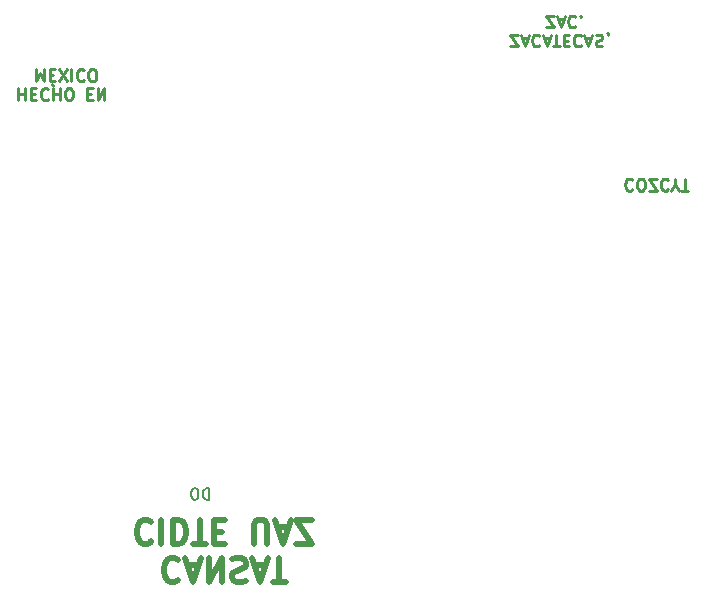
<source format=gbr>
%TF.GenerationSoftware,KiCad,Pcbnew,8.0.4*%
%TF.CreationDate,2024-08-09T17:24:03-06:00*%
%TF.ProjectId,computadorayCargaUtil,636f6d70-7574-4616-946f-726179436172,rev?*%
%TF.SameCoordinates,Original*%
%TF.FileFunction,Legend,Bot*%
%TF.FilePolarity,Positive*%
%FSLAX46Y46*%
G04 Gerber Fmt 4.6, Leading zero omitted, Abs format (unit mm)*
G04 Created by KiCad (PCBNEW 8.0.4) date 2024-08-09 17:24:03*
%MOMM*%
%LPD*%
G01*
G04 APERTURE LIST*
%ADD10C,0.250000*%
%ADD11C,0.500000*%
%ADD12C,0.150000*%
G04 APERTURE END LIST*
D10*
X130601190Y-78005352D02*
X130601190Y-79005352D01*
X130601190Y-78529162D02*
X131172618Y-78529162D01*
X131172618Y-78005352D02*
X131172618Y-79005352D01*
X131648809Y-78529162D02*
X131982142Y-78529162D01*
X132124999Y-78005352D02*
X131648809Y-78005352D01*
X131648809Y-78005352D02*
X131648809Y-79005352D01*
X131648809Y-79005352D02*
X132124999Y-79005352D01*
X133124999Y-78100591D02*
X133077380Y-78052972D01*
X133077380Y-78052972D02*
X132934523Y-78005352D01*
X132934523Y-78005352D02*
X132839285Y-78005352D01*
X132839285Y-78005352D02*
X132696428Y-78052972D01*
X132696428Y-78052972D02*
X132601190Y-78148210D01*
X132601190Y-78148210D02*
X132553571Y-78243448D01*
X132553571Y-78243448D02*
X132505952Y-78433924D01*
X132505952Y-78433924D02*
X132505952Y-78576781D01*
X132505952Y-78576781D02*
X132553571Y-78767257D01*
X132553571Y-78767257D02*
X132601190Y-78862495D01*
X132601190Y-78862495D02*
X132696428Y-78957733D01*
X132696428Y-78957733D02*
X132839285Y-79005352D01*
X132839285Y-79005352D02*
X132934523Y-79005352D01*
X132934523Y-79005352D02*
X133077380Y-78957733D01*
X133077380Y-78957733D02*
X133124999Y-78910114D01*
X133553571Y-78005352D02*
X133553571Y-79005352D01*
X133553571Y-78529162D02*
X134124999Y-78529162D01*
X134124999Y-78005352D02*
X134124999Y-79005352D01*
X134791666Y-79005352D02*
X134982142Y-79005352D01*
X134982142Y-79005352D02*
X135077380Y-78957733D01*
X135077380Y-78957733D02*
X135172618Y-78862495D01*
X135172618Y-78862495D02*
X135220237Y-78672019D01*
X135220237Y-78672019D02*
X135220237Y-78338686D01*
X135220237Y-78338686D02*
X135172618Y-78148210D01*
X135172618Y-78148210D02*
X135077380Y-78052972D01*
X135077380Y-78052972D02*
X134982142Y-78005352D01*
X134982142Y-78005352D02*
X134791666Y-78005352D01*
X134791666Y-78005352D02*
X134696428Y-78052972D01*
X134696428Y-78052972D02*
X134601190Y-78148210D01*
X134601190Y-78148210D02*
X134553571Y-78338686D01*
X134553571Y-78338686D02*
X134553571Y-78672019D01*
X134553571Y-78672019D02*
X134601190Y-78862495D01*
X134601190Y-78862495D02*
X134696428Y-78957733D01*
X134696428Y-78957733D02*
X134791666Y-79005352D01*
X136410714Y-78529162D02*
X136744047Y-78529162D01*
X136886904Y-78005352D02*
X136410714Y-78005352D01*
X136410714Y-78005352D02*
X136410714Y-79005352D01*
X136410714Y-79005352D02*
X136886904Y-79005352D01*
X137315476Y-78005352D02*
X137315476Y-79005352D01*
X137315476Y-79005352D02*
X137886904Y-78005352D01*
X137886904Y-78005352D02*
X137886904Y-79005352D01*
X132101191Y-76395408D02*
X132101191Y-77395408D01*
X132101191Y-77395408D02*
X132434524Y-76681123D01*
X132434524Y-76681123D02*
X132767857Y-77395408D01*
X132767857Y-77395408D02*
X132767857Y-76395408D01*
X133244048Y-76919218D02*
X133577381Y-76919218D01*
X133720238Y-76395408D02*
X133244048Y-76395408D01*
X133244048Y-76395408D02*
X133244048Y-77395408D01*
X133244048Y-77395408D02*
X133720238Y-77395408D01*
X133577381Y-77776361D02*
X133434524Y-77633504D01*
X134053572Y-77395408D02*
X134720238Y-76395408D01*
X134720238Y-77395408D02*
X134053572Y-76395408D01*
X135101191Y-76395408D02*
X135101191Y-77395408D01*
X136148809Y-76490647D02*
X136101190Y-76443028D01*
X136101190Y-76443028D02*
X135958333Y-76395408D01*
X135958333Y-76395408D02*
X135863095Y-76395408D01*
X135863095Y-76395408D02*
X135720238Y-76443028D01*
X135720238Y-76443028D02*
X135625000Y-76538266D01*
X135625000Y-76538266D02*
X135577381Y-76633504D01*
X135577381Y-76633504D02*
X135529762Y-76823980D01*
X135529762Y-76823980D02*
X135529762Y-76966837D01*
X135529762Y-76966837D02*
X135577381Y-77157313D01*
X135577381Y-77157313D02*
X135625000Y-77252551D01*
X135625000Y-77252551D02*
X135720238Y-77347789D01*
X135720238Y-77347789D02*
X135863095Y-77395408D01*
X135863095Y-77395408D02*
X135958333Y-77395408D01*
X135958333Y-77395408D02*
X136101190Y-77347789D01*
X136101190Y-77347789D02*
X136148809Y-77300170D01*
X136767857Y-77395408D02*
X136958333Y-77395408D01*
X136958333Y-77395408D02*
X137053571Y-77347789D01*
X137053571Y-77347789D02*
X137148809Y-77252551D01*
X137148809Y-77252551D02*
X137196428Y-77062075D01*
X137196428Y-77062075D02*
X137196428Y-76728742D01*
X137196428Y-76728742D02*
X137148809Y-76538266D01*
X137148809Y-76538266D02*
X137053571Y-76443028D01*
X137053571Y-76443028D02*
X136958333Y-76395408D01*
X136958333Y-76395408D02*
X136767857Y-76395408D01*
X136767857Y-76395408D02*
X136672619Y-76443028D01*
X136672619Y-76443028D02*
X136577381Y-76538266D01*
X136577381Y-76538266D02*
X136529762Y-76728742D01*
X136529762Y-76728742D02*
X136529762Y-77062075D01*
X136529762Y-77062075D02*
X136577381Y-77252551D01*
X136577381Y-77252551D02*
X136672619Y-77347789D01*
X136672619Y-77347789D02*
X136767857Y-77395408D01*
X172252381Y-74455352D02*
X172919047Y-74455352D01*
X172919047Y-74455352D02*
X172252381Y-73455352D01*
X172252381Y-73455352D02*
X172919047Y-73455352D01*
X173252381Y-73741067D02*
X173728571Y-73741067D01*
X173157143Y-73455352D02*
X173490476Y-74455352D01*
X173490476Y-74455352D02*
X173823809Y-73455352D01*
X174728571Y-73550591D02*
X174680952Y-73502972D01*
X174680952Y-73502972D02*
X174538095Y-73455352D01*
X174538095Y-73455352D02*
X174442857Y-73455352D01*
X174442857Y-73455352D02*
X174300000Y-73502972D01*
X174300000Y-73502972D02*
X174204762Y-73598210D01*
X174204762Y-73598210D02*
X174157143Y-73693448D01*
X174157143Y-73693448D02*
X174109524Y-73883924D01*
X174109524Y-73883924D02*
X174109524Y-74026781D01*
X174109524Y-74026781D02*
X174157143Y-74217257D01*
X174157143Y-74217257D02*
X174204762Y-74312495D01*
X174204762Y-74312495D02*
X174300000Y-74407733D01*
X174300000Y-74407733D02*
X174442857Y-74455352D01*
X174442857Y-74455352D02*
X174538095Y-74455352D01*
X174538095Y-74455352D02*
X174680952Y-74407733D01*
X174680952Y-74407733D02*
X174728571Y-74360114D01*
X175109524Y-73741067D02*
X175585714Y-73741067D01*
X175014286Y-73455352D02*
X175347619Y-74455352D01*
X175347619Y-74455352D02*
X175680952Y-73455352D01*
X175871429Y-74455352D02*
X176442857Y-74455352D01*
X176157143Y-73455352D02*
X176157143Y-74455352D01*
X176776191Y-73979162D02*
X177109524Y-73979162D01*
X177252381Y-73455352D02*
X176776191Y-73455352D01*
X176776191Y-73455352D02*
X176776191Y-74455352D01*
X176776191Y-74455352D02*
X177252381Y-74455352D01*
X178252381Y-73550591D02*
X178204762Y-73502972D01*
X178204762Y-73502972D02*
X178061905Y-73455352D01*
X178061905Y-73455352D02*
X177966667Y-73455352D01*
X177966667Y-73455352D02*
X177823810Y-73502972D01*
X177823810Y-73502972D02*
X177728572Y-73598210D01*
X177728572Y-73598210D02*
X177680953Y-73693448D01*
X177680953Y-73693448D02*
X177633334Y-73883924D01*
X177633334Y-73883924D02*
X177633334Y-74026781D01*
X177633334Y-74026781D02*
X177680953Y-74217257D01*
X177680953Y-74217257D02*
X177728572Y-74312495D01*
X177728572Y-74312495D02*
X177823810Y-74407733D01*
X177823810Y-74407733D02*
X177966667Y-74455352D01*
X177966667Y-74455352D02*
X178061905Y-74455352D01*
X178061905Y-74455352D02*
X178204762Y-74407733D01*
X178204762Y-74407733D02*
X178252381Y-74360114D01*
X178633334Y-73741067D02*
X179109524Y-73741067D01*
X178538096Y-73455352D02*
X178871429Y-74455352D01*
X178871429Y-74455352D02*
X179204762Y-73455352D01*
X179490477Y-73502972D02*
X179633334Y-73455352D01*
X179633334Y-73455352D02*
X179871429Y-73455352D01*
X179871429Y-73455352D02*
X179966667Y-73502972D01*
X179966667Y-73502972D02*
X180014286Y-73550591D01*
X180014286Y-73550591D02*
X180061905Y-73645829D01*
X180061905Y-73645829D02*
X180061905Y-73741067D01*
X180061905Y-73741067D02*
X180014286Y-73836305D01*
X180014286Y-73836305D02*
X179966667Y-73883924D01*
X179966667Y-73883924D02*
X179871429Y-73931543D01*
X179871429Y-73931543D02*
X179680953Y-73979162D01*
X179680953Y-73979162D02*
X179585715Y-74026781D01*
X179585715Y-74026781D02*
X179538096Y-74074400D01*
X179538096Y-74074400D02*
X179490477Y-74169638D01*
X179490477Y-74169638D02*
X179490477Y-74264876D01*
X179490477Y-74264876D02*
X179538096Y-74360114D01*
X179538096Y-74360114D02*
X179585715Y-74407733D01*
X179585715Y-74407733D02*
X179680953Y-74455352D01*
X179680953Y-74455352D02*
X179919048Y-74455352D01*
X179919048Y-74455352D02*
X180061905Y-74407733D01*
X180538096Y-73502972D02*
X180538096Y-73455352D01*
X180538096Y-73455352D02*
X180490477Y-73360114D01*
X180490477Y-73360114D02*
X180442858Y-73312495D01*
X175300000Y-72845408D02*
X175966666Y-72845408D01*
X175966666Y-72845408D02*
X175300000Y-71845408D01*
X175300000Y-71845408D02*
X175966666Y-71845408D01*
X176300000Y-72131123D02*
X176776190Y-72131123D01*
X176204762Y-71845408D02*
X176538095Y-72845408D01*
X176538095Y-72845408D02*
X176871428Y-71845408D01*
X177776190Y-71940647D02*
X177728571Y-71893028D01*
X177728571Y-71893028D02*
X177585714Y-71845408D01*
X177585714Y-71845408D02*
X177490476Y-71845408D01*
X177490476Y-71845408D02*
X177347619Y-71893028D01*
X177347619Y-71893028D02*
X177252381Y-71988266D01*
X177252381Y-71988266D02*
X177204762Y-72083504D01*
X177204762Y-72083504D02*
X177157143Y-72273980D01*
X177157143Y-72273980D02*
X177157143Y-72416837D01*
X177157143Y-72416837D02*
X177204762Y-72607313D01*
X177204762Y-72607313D02*
X177252381Y-72702551D01*
X177252381Y-72702551D02*
X177347619Y-72797789D01*
X177347619Y-72797789D02*
X177490476Y-72845408D01*
X177490476Y-72845408D02*
X177585714Y-72845408D01*
X177585714Y-72845408D02*
X177728571Y-72797789D01*
X177728571Y-72797789D02*
X177776190Y-72750170D01*
X178204762Y-71940647D02*
X178252381Y-71893028D01*
X178252381Y-71893028D02*
X178204762Y-71845408D01*
X178204762Y-71845408D02*
X178157143Y-71893028D01*
X178157143Y-71893028D02*
X178204762Y-71940647D01*
X178204762Y-71940647D02*
X178204762Y-71845408D01*
X182598996Y-85755619D02*
X182551377Y-85708000D01*
X182551377Y-85708000D02*
X182408520Y-85660380D01*
X182408520Y-85660380D02*
X182313282Y-85660380D01*
X182313282Y-85660380D02*
X182170425Y-85708000D01*
X182170425Y-85708000D02*
X182075187Y-85803238D01*
X182075187Y-85803238D02*
X182027568Y-85898476D01*
X182027568Y-85898476D02*
X181979949Y-86088952D01*
X181979949Y-86088952D02*
X181979949Y-86231809D01*
X181979949Y-86231809D02*
X182027568Y-86422285D01*
X182027568Y-86422285D02*
X182075187Y-86517523D01*
X182075187Y-86517523D02*
X182170425Y-86612761D01*
X182170425Y-86612761D02*
X182313282Y-86660380D01*
X182313282Y-86660380D02*
X182408520Y-86660380D01*
X182408520Y-86660380D02*
X182551377Y-86612761D01*
X182551377Y-86612761D02*
X182598996Y-86565142D01*
X183218044Y-86660380D02*
X183408520Y-86660380D01*
X183408520Y-86660380D02*
X183503758Y-86612761D01*
X183503758Y-86612761D02*
X183598996Y-86517523D01*
X183598996Y-86517523D02*
X183646615Y-86327047D01*
X183646615Y-86327047D02*
X183646615Y-85993714D01*
X183646615Y-85993714D02*
X183598996Y-85803238D01*
X183598996Y-85803238D02*
X183503758Y-85708000D01*
X183503758Y-85708000D02*
X183408520Y-85660380D01*
X183408520Y-85660380D02*
X183218044Y-85660380D01*
X183218044Y-85660380D02*
X183122806Y-85708000D01*
X183122806Y-85708000D02*
X183027568Y-85803238D01*
X183027568Y-85803238D02*
X182979949Y-85993714D01*
X182979949Y-85993714D02*
X182979949Y-86327047D01*
X182979949Y-86327047D02*
X183027568Y-86517523D01*
X183027568Y-86517523D02*
X183122806Y-86612761D01*
X183122806Y-86612761D02*
X183218044Y-86660380D01*
X183979949Y-86660380D02*
X184646615Y-86660380D01*
X184646615Y-86660380D02*
X183979949Y-85660380D01*
X183979949Y-85660380D02*
X184646615Y-85660380D01*
X185598996Y-85755619D02*
X185551377Y-85708000D01*
X185551377Y-85708000D02*
X185408520Y-85660380D01*
X185408520Y-85660380D02*
X185313282Y-85660380D01*
X185313282Y-85660380D02*
X185170425Y-85708000D01*
X185170425Y-85708000D02*
X185075187Y-85803238D01*
X185075187Y-85803238D02*
X185027568Y-85898476D01*
X185027568Y-85898476D02*
X184979949Y-86088952D01*
X184979949Y-86088952D02*
X184979949Y-86231809D01*
X184979949Y-86231809D02*
X185027568Y-86422285D01*
X185027568Y-86422285D02*
X185075187Y-86517523D01*
X185075187Y-86517523D02*
X185170425Y-86612761D01*
X185170425Y-86612761D02*
X185313282Y-86660380D01*
X185313282Y-86660380D02*
X185408520Y-86660380D01*
X185408520Y-86660380D02*
X185551377Y-86612761D01*
X185551377Y-86612761D02*
X185598996Y-86565142D01*
X186218044Y-86136571D02*
X186218044Y-85660380D01*
X185884711Y-86660380D02*
X186218044Y-86136571D01*
X186218044Y-86136571D02*
X186551377Y-86660380D01*
X186741854Y-86660380D02*
X187313282Y-86660380D01*
X187027568Y-85660380D02*
X187027568Y-86660380D01*
D11*
X144142856Y-117976182D02*
X144047618Y-117880944D01*
X144047618Y-117880944D02*
X143761904Y-117785705D01*
X143761904Y-117785705D02*
X143571428Y-117785705D01*
X143571428Y-117785705D02*
X143285713Y-117880944D01*
X143285713Y-117880944D02*
X143095237Y-118071420D01*
X143095237Y-118071420D02*
X142999999Y-118261896D01*
X142999999Y-118261896D02*
X142904761Y-118642848D01*
X142904761Y-118642848D02*
X142904761Y-118928563D01*
X142904761Y-118928563D02*
X142999999Y-119309515D01*
X142999999Y-119309515D02*
X143095237Y-119499991D01*
X143095237Y-119499991D02*
X143285713Y-119690467D01*
X143285713Y-119690467D02*
X143571428Y-119785705D01*
X143571428Y-119785705D02*
X143761904Y-119785705D01*
X143761904Y-119785705D02*
X144047618Y-119690467D01*
X144047618Y-119690467D02*
X144142856Y-119595229D01*
X144904761Y-118357134D02*
X145857142Y-118357134D01*
X144714285Y-117785705D02*
X145380951Y-119785705D01*
X145380951Y-119785705D02*
X146047618Y-117785705D01*
X146714285Y-117785705D02*
X146714285Y-119785705D01*
X146714285Y-119785705D02*
X147857142Y-117785705D01*
X147857142Y-117785705D02*
X147857142Y-119785705D01*
X148714285Y-117880944D02*
X148999999Y-117785705D01*
X148999999Y-117785705D02*
X149476190Y-117785705D01*
X149476190Y-117785705D02*
X149666666Y-117880944D01*
X149666666Y-117880944D02*
X149761904Y-117976182D01*
X149761904Y-117976182D02*
X149857142Y-118166658D01*
X149857142Y-118166658D02*
X149857142Y-118357134D01*
X149857142Y-118357134D02*
X149761904Y-118547610D01*
X149761904Y-118547610D02*
X149666666Y-118642848D01*
X149666666Y-118642848D02*
X149476190Y-118738086D01*
X149476190Y-118738086D02*
X149095237Y-118833324D01*
X149095237Y-118833324D02*
X148904761Y-118928563D01*
X148904761Y-118928563D02*
X148809523Y-119023801D01*
X148809523Y-119023801D02*
X148714285Y-119214277D01*
X148714285Y-119214277D02*
X148714285Y-119404753D01*
X148714285Y-119404753D02*
X148809523Y-119595229D01*
X148809523Y-119595229D02*
X148904761Y-119690467D01*
X148904761Y-119690467D02*
X149095237Y-119785705D01*
X149095237Y-119785705D02*
X149571428Y-119785705D01*
X149571428Y-119785705D02*
X149857142Y-119690467D01*
X150619047Y-118357134D02*
X151571428Y-118357134D01*
X150428571Y-117785705D02*
X151095237Y-119785705D01*
X151095237Y-119785705D02*
X151761904Y-117785705D01*
X152142857Y-119785705D02*
X153285714Y-119785705D01*
X152714285Y-117785705D02*
X152714285Y-119785705D01*
X141857142Y-114756294D02*
X141761904Y-114661056D01*
X141761904Y-114661056D02*
X141476190Y-114565817D01*
X141476190Y-114565817D02*
X141285714Y-114565817D01*
X141285714Y-114565817D02*
X140999999Y-114661056D01*
X140999999Y-114661056D02*
X140809523Y-114851532D01*
X140809523Y-114851532D02*
X140714285Y-115042008D01*
X140714285Y-115042008D02*
X140619047Y-115422960D01*
X140619047Y-115422960D02*
X140619047Y-115708675D01*
X140619047Y-115708675D02*
X140714285Y-116089627D01*
X140714285Y-116089627D02*
X140809523Y-116280103D01*
X140809523Y-116280103D02*
X140999999Y-116470579D01*
X140999999Y-116470579D02*
X141285714Y-116565817D01*
X141285714Y-116565817D02*
X141476190Y-116565817D01*
X141476190Y-116565817D02*
X141761904Y-116470579D01*
X141761904Y-116470579D02*
X141857142Y-116375341D01*
X142714285Y-114565817D02*
X142714285Y-116565817D01*
X143666666Y-114565817D02*
X143666666Y-116565817D01*
X143666666Y-116565817D02*
X144142856Y-116565817D01*
X144142856Y-116565817D02*
X144428571Y-116470579D01*
X144428571Y-116470579D02*
X144619047Y-116280103D01*
X144619047Y-116280103D02*
X144714285Y-116089627D01*
X144714285Y-116089627D02*
X144809523Y-115708675D01*
X144809523Y-115708675D02*
X144809523Y-115422960D01*
X144809523Y-115422960D02*
X144714285Y-115042008D01*
X144714285Y-115042008D02*
X144619047Y-114851532D01*
X144619047Y-114851532D02*
X144428571Y-114661056D01*
X144428571Y-114661056D02*
X144142856Y-114565817D01*
X144142856Y-114565817D02*
X143666666Y-114565817D01*
X145380952Y-116565817D02*
X146523809Y-116565817D01*
X145952380Y-114565817D02*
X145952380Y-116565817D01*
X147190476Y-115613436D02*
X147857143Y-115613436D01*
X148142857Y-114565817D02*
X147190476Y-114565817D01*
X147190476Y-114565817D02*
X147190476Y-116565817D01*
X147190476Y-116565817D02*
X148142857Y-116565817D01*
X150523810Y-116565817D02*
X150523810Y-114946770D01*
X150523810Y-114946770D02*
X150619048Y-114756294D01*
X150619048Y-114756294D02*
X150714286Y-114661056D01*
X150714286Y-114661056D02*
X150904762Y-114565817D01*
X150904762Y-114565817D02*
X151285715Y-114565817D01*
X151285715Y-114565817D02*
X151476191Y-114661056D01*
X151476191Y-114661056D02*
X151571429Y-114756294D01*
X151571429Y-114756294D02*
X151666667Y-114946770D01*
X151666667Y-114946770D02*
X151666667Y-116565817D01*
X152523810Y-115137246D02*
X153476191Y-115137246D01*
X152333334Y-114565817D02*
X153000000Y-116565817D01*
X153000000Y-116565817D02*
X153666667Y-114565817D01*
X154142858Y-116565817D02*
X155476191Y-116565817D01*
X155476191Y-116565817D02*
X154142858Y-114565817D01*
X154142858Y-114565817D02*
X155476191Y-114565817D01*
D12*
X146788094Y-112849819D02*
X146788094Y-111849819D01*
X146788094Y-111849819D02*
X146549999Y-111849819D01*
X146549999Y-111849819D02*
X146407142Y-111897438D01*
X146407142Y-111897438D02*
X146311904Y-111992676D01*
X146311904Y-111992676D02*
X146264285Y-112087914D01*
X146264285Y-112087914D02*
X146216666Y-112278390D01*
X146216666Y-112278390D02*
X146216666Y-112421247D01*
X146216666Y-112421247D02*
X146264285Y-112611723D01*
X146264285Y-112611723D02*
X146311904Y-112706961D01*
X146311904Y-112706961D02*
X146407142Y-112802200D01*
X146407142Y-112802200D02*
X146549999Y-112849819D01*
X146549999Y-112849819D02*
X146788094Y-112849819D01*
X145597618Y-111849819D02*
X145502380Y-111849819D01*
X145502380Y-111849819D02*
X145407142Y-111897438D01*
X145407142Y-111897438D02*
X145359523Y-111945057D01*
X145359523Y-111945057D02*
X145311904Y-112040295D01*
X145311904Y-112040295D02*
X145264285Y-112230771D01*
X145264285Y-112230771D02*
X145264285Y-112468866D01*
X145264285Y-112468866D02*
X145311904Y-112659342D01*
X145311904Y-112659342D02*
X145359523Y-112754580D01*
X145359523Y-112754580D02*
X145407142Y-112802200D01*
X145407142Y-112802200D02*
X145502380Y-112849819D01*
X145502380Y-112849819D02*
X145597618Y-112849819D01*
X145597618Y-112849819D02*
X145692856Y-112802200D01*
X145692856Y-112802200D02*
X145740475Y-112754580D01*
X145740475Y-112754580D02*
X145788094Y-112659342D01*
X145788094Y-112659342D02*
X145835713Y-112468866D01*
X145835713Y-112468866D02*
X145835713Y-112230771D01*
X145835713Y-112230771D02*
X145788094Y-112040295D01*
X145788094Y-112040295D02*
X145740475Y-111945057D01*
X145740475Y-111945057D02*
X145692856Y-111897438D01*
X145692856Y-111897438D02*
X145597618Y-111849819D01*
M02*

</source>
